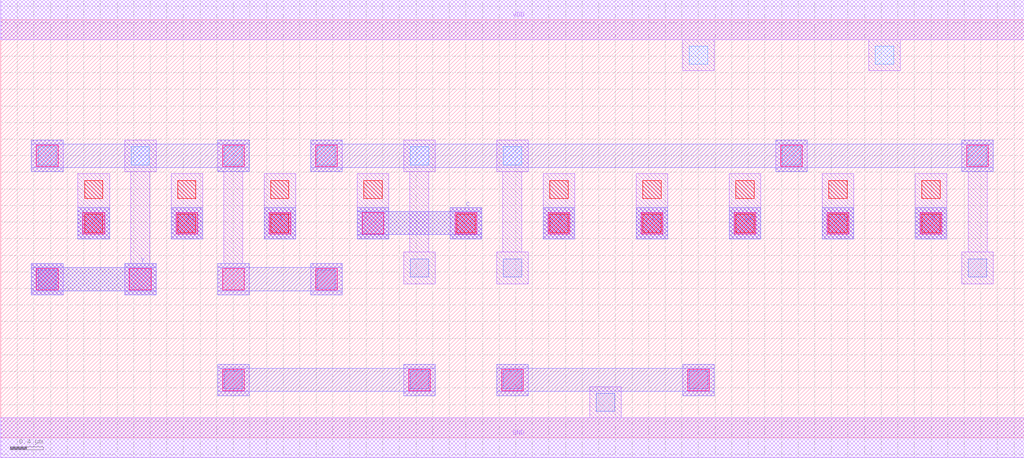
<source format=lef>
MACRO AOAAOOAI21132
 CLASS CORE ;
 FOREIGN AOAAOOAI21132 0 0 ;
 SIZE 12.32 BY 5.04 ;
 ORIGIN 0 0 ;
 SYMMETRY X Y R90 ;
 SITE unit ;
  PIN VDD
   DIRECTION INOUT ;
   USE POWER ;
   SHAPE ABUTMENT ;
    PORT
     CLASS CORE ;
       LAYER met1 ;
        RECT 0.00000000 4.80000000 12.32000000 5.28000000 ;
    END
  END VDD

  PIN GND
   DIRECTION INOUT ;
   USE POWER ;
   SHAPE ABUTMENT ;
    PORT
     CLASS CORE ;
       LAYER met1 ;
        RECT 0.00000000 -0.24000000 12.32000000 0.24000000 ;
    END
  END GND

  PIN Y
   DIRECTION INOUT ;
   USE SIGNAL ;
   SHAPE ABUTMENT ;
    PORT
     CLASS CORE ;
       LAYER met2 ;
        RECT 0.37000000 1.72200000 0.75000000 1.77200000 ;
        RECT 1.49000000 1.72200000 1.87000000 1.77200000 ;
        RECT 0.37000000 1.77200000 1.87000000 2.05200000 ;
        RECT 0.37000000 2.05200000 0.75000000 2.10200000 ;
        RECT 1.49000000 2.05200000 1.87000000 2.10200000 ;
    END
  END Y

  PIN A
   DIRECTION INOUT ;
   USE SIGNAL ;
   SHAPE ABUTMENT ;
    PORT
     CLASS CORE ;
       LAYER met2 ;
        RECT 0.93000000 2.39700000 1.31000000 2.77700000 ;
    END
  END A

  PIN E1
   DIRECTION INOUT ;
   USE SIGNAL ;
   SHAPE ABUTMENT ;
    PORT
     CLASS CORE ;
       LAYER met2 ;
        RECT 7.65000000 2.39700000 8.03000000 2.77700000 ;
    END
  END E1

  PIN A1
   DIRECTION INOUT ;
   USE SIGNAL ;
   SHAPE ABUTMENT ;
    PORT
     CLASS CORE ;
       LAYER met2 ;
        RECT 2.05000000 2.39700000 2.43000000 2.77700000 ;
    END
  END A1

  PIN D2
   DIRECTION INOUT ;
   USE SIGNAL ;
   SHAPE ABUTMENT ;
    PORT
     CLASS CORE ;
       LAYER met2 ;
        RECT 8.77000000 2.39700000 9.15000000 2.77700000 ;
    END
  END D2

  PIN D1
   DIRECTION INOUT ;
   USE SIGNAL ;
   SHAPE ABUTMENT ;
    PORT
     CLASS CORE ;
       LAYER met2 ;
        RECT 9.89000000 2.39700000 10.27000000 2.77700000 ;
    END
  END D1

  PIN D
   DIRECTION INOUT ;
   USE SIGNAL ;
   SHAPE ABUTMENT ;
    PORT
     CLASS CORE ;
       LAYER met2 ;
        RECT 11.01000000 2.39700000 11.39000000 2.77700000 ;
    END
  END D

  PIN B
   DIRECTION INOUT ;
   USE SIGNAL ;
   SHAPE ABUTMENT ;
    PORT
     CLASS CORE ;
       LAYER met2 ;
        RECT 3.17000000 2.39700000 3.55000000 2.77700000 ;
    END
  END B

  PIN C
   DIRECTION INOUT ;
   USE SIGNAL ;
   SHAPE ABUTMENT ;
    PORT
     CLASS CORE ;
       LAYER met2 ;
        RECT 4.29000000 2.39700000 4.67000000 2.44700000 ;
        RECT 5.41000000 2.39700000 5.79000000 2.44700000 ;
        RECT 4.29000000 2.44700000 5.79000000 2.72700000 ;
        RECT 4.29000000 2.72700000 4.67000000 2.77700000 ;
        RECT 5.41000000 2.72700000 5.79000000 2.77700000 ;
    END
  END C

  PIN E
   DIRECTION INOUT ;
   USE SIGNAL ;
   SHAPE ABUTMENT ;
    PORT
     CLASS CORE ;
       LAYER met2 ;
        RECT 6.53000000 2.39700000 6.91000000 2.77700000 ;
    END
  END E

 OBS
    LAYER polycont ;
     RECT 1.01000000 2.47700000 1.23000000 2.69700000 ;
     RECT 2.13000000 2.47700000 2.35000000 2.69700000 ;
     RECT 3.25000000 2.47700000 3.47000000 2.69700000 ;
     RECT 5.49000000 2.47700000 5.71000000 2.69700000 ;
     RECT 6.61000000 2.47700000 6.83000000 2.69700000 ;
     RECT 7.73000000 2.47700000 7.95000000 2.69700000 ;
     RECT 8.85000000 2.47700000 9.07000000 2.69700000 ;
     RECT 9.97000000 2.47700000 10.19000000 2.69700000 ;
     RECT 11.09000000 2.47700000 11.31000000 2.69700000 ;
     RECT 1.01000000 2.88200000 1.23000000 3.10200000 ;
     RECT 2.13000000 2.88200000 2.35000000 3.10200000 ;
     RECT 3.25000000 2.88200000 3.47000000 3.10200000 ;
     RECT 4.37000000 2.88200000 4.59000000 3.10200000 ;
     RECT 6.61000000 2.88200000 6.83000000 3.10200000 ;
     RECT 7.73000000 2.88200000 7.95000000 3.10200000 ;
     RECT 8.85000000 2.88200000 9.07000000 3.10200000 ;
     RECT 9.97000000 2.88200000 10.19000000 3.10200000 ;
     RECT 11.09000000 2.88200000 11.31000000 3.10200000 ;

    LAYER pdiffc ;
     RECT 0.45000000 3.28700000 0.67000000 3.50700000 ;
     RECT 1.57000000 3.28700000 1.79000000 3.50700000 ;
     RECT 2.69000000 3.28700000 2.91000000 3.50700000 ;
     RECT 3.81000000 3.28700000 4.03000000 3.50700000 ;
     RECT 4.93000000 3.28700000 5.15000000 3.50700000 ;
     RECT 6.05000000 3.28700000 6.27000000 3.50700000 ;
     RECT 9.41000000 3.28700000 9.63000000 3.50700000 ;
     RECT 11.65000000 3.28700000 11.87000000 3.50700000 ;
     RECT 8.29000000 4.50200000 8.51000000 4.72200000 ;
     RECT 10.53000000 4.50200000 10.75000000 4.72200000 ;

    LAYER ndiffc ;
     RECT 7.17000000 0.31700000 7.39000000 0.53700000 ;
     RECT 2.69000000 0.58700000 2.91000000 0.80700000 ;
     RECT 4.93000000 0.58700000 5.15000000 0.80700000 ;
     RECT 6.05000000 0.58700000 6.27000000 0.80700000 ;
     RECT 8.29000000 0.58700000 8.51000000 0.80700000 ;
     RECT 0.45000000 1.80200000 0.67000000 2.02200000 ;
     RECT 3.81000000 1.80200000 4.03000000 2.02200000 ;
     RECT 4.93000000 1.93700000 5.15000000 2.15700000 ;
     RECT 6.05000000 1.93700000 6.27000000 2.15700000 ;
     RECT 11.65000000 1.93700000 11.87000000 2.15700000 ;

    LAYER met1 ;
     RECT 0.00000000 -0.24000000 12.32000000 0.24000000 ;
     RECT 7.09000000 0.24000000 7.47000000 0.61700000 ;
     RECT 2.61000000 0.50700000 2.99000000 0.88700000 ;
     RECT 4.85000000 0.50700000 5.23000000 0.88700000 ;
     RECT 5.97000000 0.50700000 6.35000000 0.88700000 ;
     RECT 8.21000000 0.50700000 8.59000000 0.88700000 ;
     RECT 0.37000000 1.72200000 0.75000000 2.10200000 ;
     RECT 3.73000000 1.72200000 4.11000000 2.10200000 ;
     RECT 5.41000000 2.39700000 5.79000000 2.77700000 ;
     RECT 0.93000000 2.39700000 1.31000000 3.18200000 ;
     RECT 2.05000000 2.39700000 2.43000000 3.18200000 ;
     RECT 3.17000000 2.39700000 3.55000000 3.18200000 ;
     RECT 4.29000000 2.39700000 4.67000000 3.18200000 ;
     RECT 6.53000000 2.39700000 6.91000000 3.18200000 ;
     RECT 7.65000000 2.39700000 8.03000000 3.18200000 ;
     RECT 8.77000000 2.39700000 9.15000000 3.18200000 ;
     RECT 9.89000000 2.39700000 10.27000000 3.18200000 ;
     RECT 11.01000000 2.39700000 11.39000000 3.18200000 ;
     RECT 0.37000000 3.20700000 0.75000000 3.58700000 ;
     RECT 1.49000000 1.72200000 1.87000000 2.10200000 ;
     RECT 1.56500000 2.10200000 1.79500000 3.20700000 ;
     RECT 1.49000000 3.20700000 1.87000000 3.58700000 ;
     RECT 2.61000000 1.72200000 2.99000000 2.10200000 ;
     RECT 2.68500000 2.10200000 2.91500000 3.20700000 ;
     RECT 2.61000000 3.20700000 2.99000000 3.58700000 ;
     RECT 3.73000000 3.20700000 4.11000000 3.58700000 ;
     RECT 4.85000000 1.85700000 5.23000000 2.23700000 ;
     RECT 4.92500000 2.23700000 5.15500000 3.20700000 ;
     RECT 4.85000000 3.20700000 5.23000000 3.58700000 ;
     RECT 5.97000000 1.85700000 6.35000000 2.23700000 ;
     RECT 6.04500000 2.23700000 6.27500000 3.20700000 ;
     RECT 5.97000000 3.20700000 6.35000000 3.58700000 ;
     RECT 9.33000000 3.20700000 9.71000000 3.58700000 ;
     RECT 11.57000000 1.85700000 11.95000000 2.23700000 ;
     RECT 11.64500000 2.23700000 11.87500000 3.20700000 ;
     RECT 11.57000000 3.20700000 11.95000000 3.58700000 ;
     RECT 8.21000000 4.42200000 8.59000000 4.80000000 ;
     RECT 10.45000000 4.42200000 10.83000000 4.80000000 ;
     RECT 0.00000000 4.80000000 12.32000000 5.28000000 ;

    LAYER via1 ;
     RECT 2.67000000 0.56700000 2.93000000 0.82700000 ;
     RECT 4.91000000 0.56700000 5.17000000 0.82700000 ;
     RECT 6.03000000 0.56700000 6.29000000 0.82700000 ;
     RECT 8.27000000 0.56700000 8.53000000 0.82700000 ;
     RECT 0.43000000 1.78200000 0.69000000 2.04200000 ;
     RECT 1.55000000 1.78200000 1.81000000 2.04200000 ;
     RECT 2.67000000 1.78200000 2.93000000 2.04200000 ;
     RECT 3.79000000 1.78200000 4.05000000 2.04200000 ;
     RECT 0.99000000 2.45700000 1.25000000 2.71700000 ;
     RECT 2.11000000 2.45700000 2.37000000 2.71700000 ;
     RECT 3.23000000 2.45700000 3.49000000 2.71700000 ;
     RECT 4.35000000 2.45700000 4.61000000 2.71700000 ;
     RECT 5.47000000 2.45700000 5.73000000 2.71700000 ;
     RECT 6.59000000 2.45700000 6.85000000 2.71700000 ;
     RECT 7.71000000 2.45700000 7.97000000 2.71700000 ;
     RECT 8.83000000 2.45700000 9.09000000 2.71700000 ;
     RECT 9.95000000 2.45700000 10.21000000 2.71700000 ;
     RECT 11.07000000 2.45700000 11.33000000 2.71700000 ;
     RECT 0.43000000 3.26700000 0.69000000 3.52700000 ;
     RECT 2.67000000 3.26700000 2.93000000 3.52700000 ;
     RECT 3.79000000 3.26700000 4.05000000 3.52700000 ;
     RECT 9.39000000 3.26700000 9.65000000 3.52700000 ;
     RECT 11.63000000 3.26700000 11.89000000 3.52700000 ;

    LAYER met2 ;
     RECT 2.61000000 0.50700000 2.99000000 0.55700000 ;
     RECT 4.85000000 0.50700000 5.23000000 0.55700000 ;
     RECT 2.61000000 0.55700000 5.23000000 0.83700000 ;
     RECT 2.61000000 0.83700000 2.99000000 0.88700000 ;
     RECT 4.85000000 0.83700000 5.23000000 0.88700000 ;
     RECT 5.97000000 0.50700000 6.35000000 0.55700000 ;
     RECT 8.21000000 0.50700000 8.59000000 0.55700000 ;
     RECT 5.97000000 0.55700000 8.59000000 0.83700000 ;
     RECT 5.97000000 0.83700000 6.35000000 0.88700000 ;
     RECT 8.21000000 0.83700000 8.59000000 0.88700000 ;
     RECT 0.37000000 1.72200000 0.75000000 1.77200000 ;
     RECT 1.49000000 1.72200000 1.87000000 1.77200000 ;
     RECT 0.37000000 1.77200000 1.87000000 2.05200000 ;
     RECT 0.37000000 2.05200000 0.75000000 2.10200000 ;
     RECT 1.49000000 2.05200000 1.87000000 2.10200000 ;
     RECT 2.61000000 1.72200000 2.99000000 1.77200000 ;
     RECT 3.73000000 1.72200000 4.11000000 1.77200000 ;
     RECT 2.61000000 1.77200000 4.11000000 2.05200000 ;
     RECT 2.61000000 2.05200000 2.99000000 2.10200000 ;
     RECT 3.73000000 2.05200000 4.11000000 2.10200000 ;
     RECT 0.93000000 2.39700000 1.31000000 2.77700000 ;
     RECT 2.05000000 2.39700000 2.43000000 2.77700000 ;
     RECT 3.17000000 2.39700000 3.55000000 2.77700000 ;
     RECT 4.29000000 2.39700000 4.67000000 2.44700000 ;
     RECT 5.41000000 2.39700000 5.79000000 2.44700000 ;
     RECT 4.29000000 2.44700000 5.79000000 2.72700000 ;
     RECT 4.29000000 2.72700000 4.67000000 2.77700000 ;
     RECT 5.41000000 2.72700000 5.79000000 2.77700000 ;
     RECT 6.53000000 2.39700000 6.91000000 2.77700000 ;
     RECT 7.65000000 2.39700000 8.03000000 2.77700000 ;
     RECT 8.77000000 2.39700000 9.15000000 2.77700000 ;
     RECT 9.89000000 2.39700000 10.27000000 2.77700000 ;
     RECT 11.01000000 2.39700000 11.39000000 2.77700000 ;
     RECT 0.37000000 3.20700000 0.75000000 3.25700000 ;
     RECT 2.61000000 3.20700000 2.99000000 3.25700000 ;
     RECT 0.37000000 3.25700000 2.99000000 3.53700000 ;
     RECT 0.37000000 3.53700000 0.75000000 3.58700000 ;
     RECT 2.61000000 3.53700000 2.99000000 3.58700000 ;
     RECT 3.73000000 3.20700000 4.11000000 3.25700000 ;
     RECT 9.33000000 3.20700000 9.71000000 3.25700000 ;
     RECT 11.57000000 3.20700000 11.95000000 3.25700000 ;
     RECT 3.73000000 3.25700000 11.95000000 3.53700000 ;
     RECT 3.73000000 3.53700000 4.11000000 3.58700000 ;
     RECT 9.33000000 3.53700000 9.71000000 3.58700000 ;
     RECT 11.57000000 3.53700000 11.95000000 3.58700000 ;

 END
END AOAAOOAI21132

</source>
